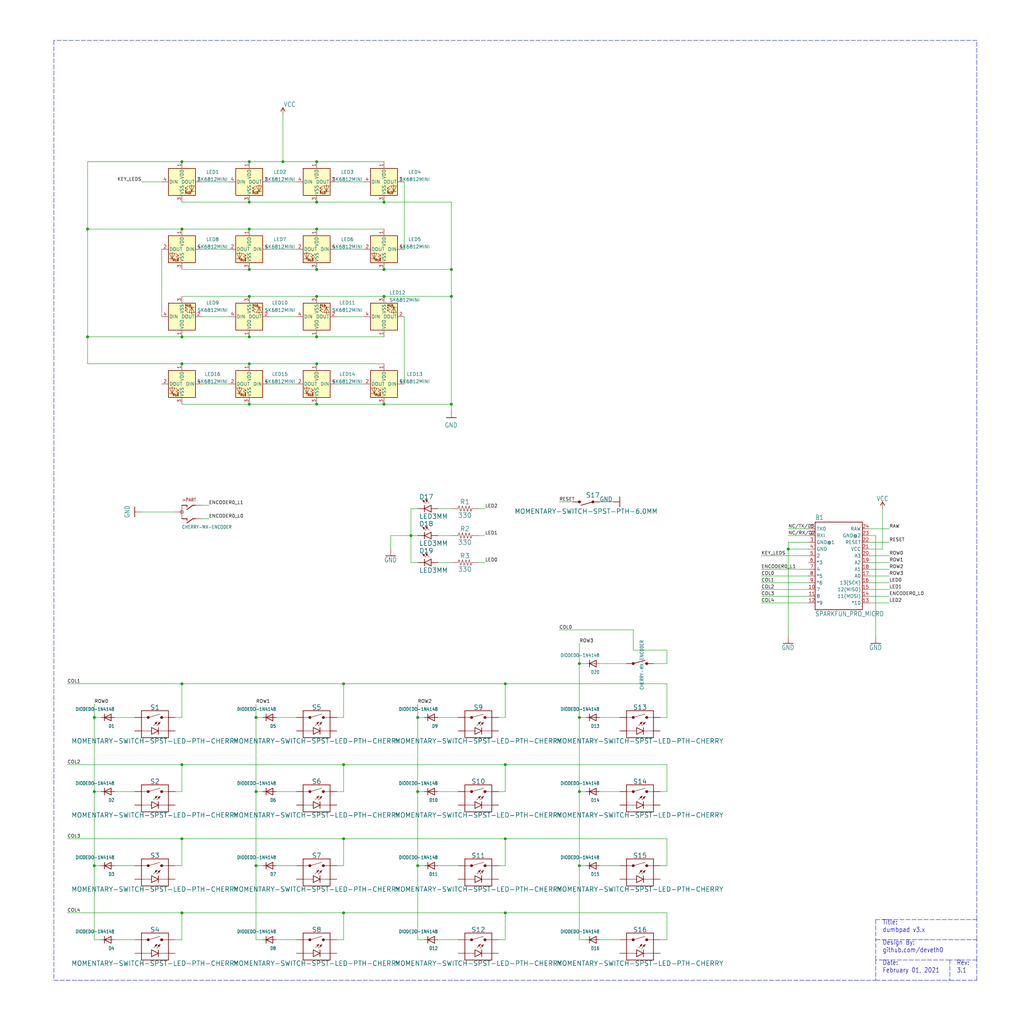
<source format=kicad_sch>
(kicad_sch (version 20211123) (generator eeschema)
  (paper "User" 386.08 386.004)
  (lib_symbols
    (symbol "dumbpad-eagle-import:330OHM-HORIZ-1{slash}10W-5%"
      (property "Reference" "R" (at 0 1.524 0))
      (property "Value" "330OHM-HORIZ-1{slash}10W-5%" (at 0 -1.524 0))
      (symbol "330OHM-HORIZ-1{slash}10W-5%_1_0"
        (pin passive line (at -5.08 0 0) (length 2.54) (name "1") (number "P$1"))
        (pin passive line (at 5.08 0 180) (length 2.54) (name "2") (number "P$2"))
      )
    )
    (symbol "dumbpad-eagle-import:CHERRY-MX-ENCODER"
      (property "Value" "CHERRY-MX-ENCODER" (at 6.35 0 90))
      (symbol "CHERRY-MX-ENCODER_1_0"
        (pin passive line (at -5.08 0 0) (length 2.54) (name "1") (number "D"))
        (pin passive line (at 5.08 0 180) (length 2.54) (name "2") (number "E"))
        (pin passive line (at -5.08 0 0) (length 2.54) (name "1") (number "S1"))
        (pin passive line (at 5.08 0 180) (length 2.54) (name "2") (number "S2"))
      )
      (symbol "CHERRY-MX-ENCODER_2_0"
        (text ">PART" (at -3.81 0 900) (effects (font (size 1.27 1.0795)) (justify left bottom)))
        (pin passive line (at -2.54 7.62 270) (length 2.54) (name "A") (number "A"))
        (pin passive line (at 2.54 7.62 270) (length 2.54) (name "B") (number "B"))
        (pin passive line (at 0 -2.54 90) (length 2.54) (name "C") (number "C"))
      )
    )
    (symbol "dumbpad-eagle-import:DIODEDO-1N4148"
      (property "Reference" "D" (at -2.54 2.54 0))
      (property "Value" "DIODEDO-1N4148" (at -2.54 -3.81 0))
      (symbol "DIODEDO-1N4148_1_0"
        (pin passive line (at -2.54 0 0) (length 2.54) (name "A") (number "A"))
        (pin passive line (at 2.54 0 180) (length 2.54) (name "C") (number "C"))
      )
    )
    (symbol "dumbpad-eagle-import:GND" (power)
      (property "Value" "GND" (at -2.54 -2.54 0))
      (symbol "GND_1_0"
        (pin power_in line (at 0 2.54 270) (length 2.54) (name "GND") (number "1"))
      )
    )
    (symbol "dumbpad-eagle-import:LED3MM"
      (property "Reference" "D" (at -3.429 -4.572 90))
      (property "Value" "LED3MM" (at 1.905 -4.572 90))
      (symbol "LED3MM_1_0"
        (pin passive line (at 0 2.54 270) (length 2.54) (name "A") (number "A"))
        (pin passive line (at 0 -5.08 90) (length 2.54) (name "C") (number "K"))
      )
    )
    (symbol "dumbpad-eagle-import:MOMENTARY-SWITCH-SPST-LED-PTH-CHERRY"
      (property "Reference" "S" (at 0 5.334 0))
      (property "Value" "MOMENTARY-SWITCH-SPST-LED-PTH-CHERRY" (at 0 -5.334 0))
      (symbol "MOMENTARY-SWITCH-SPST-LED-PTH-CHERRY_1_0"
        (pin passive line (at -7.62 -2.54 0) (length 2.54) (name "A") (number "A"))
        (pin passive line (at 7.62 -2.54 180) (length 2.54) (name "C") (number "K"))
        (pin passive line (at -7.62 2.54 0) (length 2.54) (name "1") (number "S1"))
        (pin passive line (at 7.62 2.54 180) (length 2.54) (name "2") (number "S2"))
      )
    )
    (symbol "dumbpad-eagle-import:MOMENTARY-SWITCH-SPST-PTH-6.0MM"
      (property "Reference" "S" (at 0 1.524 0))
      (property "Value" "MOMENTARY-SWITCH-SPST-PTH-6.0MM" (at 0 -0.508 0))
      (symbol "MOMENTARY-SWITCH-SPST-PTH-6.0MM_1_0"
        (pin passive line (at -5.08 0 0) (length 2.54) (name "1") (number "1"))
        (pin passive line (at 5.08 0 180) (length 2.54) (name "2") (number "3"))
      )
    )
    (symbol "dumbpad-eagle-import:SPARKFUN_PRO_MICRO"
      (property "Reference" "B" (at -7.62 18.542 0))
      (property "Value" "SPARKFUN_PRO_MICRO" (at -7.62 -17.78 0))
      (symbol "SPARKFUN_PRO_MICRO_1_0"
        (pin bidirectional line (at -10.16 15.24 0) (length 2.54) (name "TXO") (number "1"))
        (pin bidirectional line (at -10.16 -7.62 0) (length 2.54) (name "7") (number "10"))
        (pin bidirectional line (at -10.16 -10.16 0) (length 2.54) (name "8") (number "11"))
        (pin bidirectional line (at -10.16 -12.7 0) (length 2.54) (name "*9") (number "12"))
        (pin bidirectional line (at 12.7 -12.7 180) (length 2.54) (name "*10") (number "13"))
        (pin bidirectional line (at 12.7 -10.16 180) (length 2.54) (name "11(MOSI)") (number "14"))
        (pin bidirectional line (at 12.7 -7.62 180) (length 2.54) (name "12(MISO)") (number "15"))
        (pin bidirectional line (at 12.7 -5.08 180) (length 2.54) (name "13(SCK)") (number "16"))
        (pin bidirectional line (at 12.7 -2.54 180) (length 2.54) (name "A0") (number "17"))
        (pin bidirectional line (at 12.7 0 180) (length 2.54) (name "A1") (number "18"))
        (pin bidirectional line (at 12.7 2.54 180) (length 2.54) (name "A2") (number "19"))
        (pin bidirectional line (at -10.16 12.7 0) (length 2.54) (name "RXI") (number "2"))
        (pin bidirectional line (at 12.7 5.08 180) (length 2.54) (name "A3") (number "20"))
        (pin power_in line (at 12.7 7.62 180) (length 2.54) (name "VCC") (number "21"))
        (pin bidirectional line (at 12.7 10.16 180) (length 2.54) (name "RESET") (number "22"))
        (pin power_in line (at 12.7 12.7 180) (length 2.54) (name "GND@2") (number "23"))
        (pin power_in line (at 12.7 15.24 180) (length 2.54) (name "RAW") (number "24"))
        (pin power_in line (at -10.16 10.16 0) (length 2.54) (name "GND@1") (number "3"))
        (pin power_in line (at -10.16 7.62 0) (length 2.54) (name "GND") (number "4"))
        (pin bidirectional line (at -10.16 5.08 0) (length 2.54) (name "2") (number "5"))
        (pin bidirectional line (at -10.16 2.54 0) (length 2.54) (name "*3") (number "6"))
        (pin bidirectional line (at -10.16 0 0) (length 2.54) (name "4") (number "7"))
        (pin bidirectional line (at -10.16 -2.54 0) (length 2.54) (name "*5") (number "8"))
        (pin bidirectional line (at -10.16 -5.08 0) (length 2.54) (name "*6") (number "9"))
      )
    )
    (symbol "dumbpad-eagle-import:VCC" (power)
      (property "Value" "VCC" (at 0 2.794 0))
      (symbol "VCC_1_0"
        (pin power_in line (at 0 0 90) (length 2.54) (name "VCC") (number "1"))
      )
    )
    (symbol "dumbpad_lib:SK6812MINI_1" (pin_names (offset 0.254))
      (property "Reference" "LED1" (at 11.5759 3.7252 0))
      (property "Value" "SK6812MINI_1" (at 11.5759 0.9501 0))
      (symbol "SK6812MINI_1_0_0"
        (text "RGB" (at 2.286 -4.191 0) (effects (font (size 0.762 0.762))))
      )
      (symbol "SK6812MINI_1_1_1"
        (pin power_in line (at 0 7.62 270) (length 2.54) (name "VDD") (number "1"))
        (pin output line (at 7.62 0 180) (length 2.54) (name "DOUT") (number "2"))
        (pin power_in line (at 0 -7.62 90) (length 2.54) (name "VSS") (number "3"))
        (pin input line (at -7.62 0 0) (length 2.54) (name "DIN") (number "4"))
      )
    )
  )
  (junction (at 218.44 250.19))
  (junction (at 129.54 344.17))
  (junction (at 157.48 270.51))
  (junction (at 35.56 326.39))
  (junction (at 119.38 76.2))
  (junction (at 129.54 316.23))
  (junction (at 154.94 201.93))
  (junction (at 35.56 270.51))
  (junction (at 93.98 127))
  (junction (at 144.78 152.4))
  (junction (at 119.38 111.76))
  (junction (at 218.44 326.39))
  (junction (at 93.98 101.6))
  (junction (at 190.5 344.17))
  (junction (at 129.54 288.29))
  (junction (at 129.54 257.81))
  (junction (at 96.52 298.45))
  (junction (at 106.68 60.96))
  (junction (at 119.38 152.4))
  (junction (at 144.78 101.6))
  (junction (at 170.18 111.76))
  (junction (at 68.58 257.81))
  (junction (at 218.44 298.45))
  (junction (at 218.44 270.51))
  (junction (at 119.38 60.96))
  (junction (at 297.18 207.01))
  (junction (at 157.48 298.45))
  (junction (at 33.02 127))
  (junction (at 93.98 152.4))
  (junction (at 93.98 60.96))
  (junction (at 93.98 137.16))
  (junction (at 144.78 111.76))
  (junction (at 68.58 60.96))
  (junction (at 190.5 316.23))
  (junction (at 96.52 270.51))
  (junction (at 93.98 111.76))
  (junction (at 119.38 86.36))
  (junction (at 119.38 101.6))
  (junction (at 157.48 326.39))
  (junction (at 170.18 101.6))
  (junction (at 93.98 86.36))
  (junction (at 119.38 137.16))
  (junction (at 35.56 298.45))
  (junction (at 119.38 127))
  (junction (at 190.5 257.81))
  (junction (at 93.98 76.2))
  (junction (at 68.58 137.16))
  (junction (at 68.58 288.29))
  (junction (at 68.58 127))
  (junction (at 170.18 152.4))
  (junction (at 33.02 86.36))
  (junction (at 68.58 316.23))
  (junction (at 68.58 344.17))
  (junction (at 144.78 76.2))
  (junction (at 96.52 326.39))
  (junction (at 68.58 86.36))
  (junction (at 190.5 288.29))
  (wire (pts (xy 304.8 204.47) (xy 297.18 204.47)))
  (wire (pts (xy 304.8 222.25) (xy 287.02 222.25)))
  (wire (pts (xy 327.66 227.33) (xy 335.28 227.33)))
  (wire (pts (xy 68.58 101.6) (xy 93.98 101.6)))
  (polyline (pts (xy 368.3 361.95) (xy 368.3 354.33)))
  (wire (pts (xy 157.48 191.77) (xy 154.94 191.77)))
  (polyline (pts (xy 330.2 346.71) (xy 330.2 354.33)))
  (polyline (pts (xy 368.3 346.71) (xy 330.2 346.71)))
  (wire (pts (xy 190.5 326.39) (xy 190.5 316.23)))
  (wire (pts (xy 251.46 316.23) (xy 190.5 316.23)))
  (wire (pts (xy 190.5 288.29) (xy 251.46 288.29)))
  (wire (pts (xy 25.4 257.81) (xy 68.58 257.81)))
  (wire (pts (xy 251.46 270.51) (xy 248.92 270.51)))
  (wire (pts (xy 218.44 270.51) (xy 218.44 250.19)))
  (wire (pts (xy 304.8 199.39) (xy 297.18 199.39)))
  (wire (pts (xy 68.58 152.4) (xy 93.98 152.4)))
  (wire (pts (xy 33.02 86.36) (xy 33.02 127)))
  (wire (pts (xy 111.76 298.45) (xy 104.14 298.45)))
  (wire (pts (xy 304.8 227.33) (xy 287.02 227.33)))
  (wire (pts (xy 25.4 288.29) (xy 68.58 288.29)))
  (wire (pts (xy 35.56 298.45) (xy 35.56 270.51)))
  (wire (pts (xy 68.58 354.33) (xy 68.58 344.17)))
  (wire (pts (xy 154.94 201.93) (xy 154.94 212.09)))
  (wire (pts (xy 38.1 270.51) (xy 35.56 270.51)))
  (wire (pts (xy 144.78 76.2) (xy 170.18 76.2)))
  (wire (pts (xy 172.72 270.51) (xy 165.1 270.51)))
  (wire (pts (xy 170.18 111.76) (xy 170.18 152.4)))
  (wire (pts (xy 43.18 270.51) (xy 50.8 270.51)))
  (wire (pts (xy 220.98 354.33) (xy 218.44 354.33)))
  (wire (pts (xy 327.66 212.09) (xy 335.28 212.09)))
  (wire (pts (xy 129.54 316.23) (xy 68.58 316.23)))
  (wire (pts (xy 144.78 101.6) (xy 170.18 101.6)))
  (wire (pts (xy 68.58 76.2) (xy 93.98 76.2)))
  (wire (pts (xy 33.02 60.96) (xy 68.58 60.96)))
  (wire (pts (xy 33.02 86.36) (xy 68.58 86.36)))
  (polyline (pts (xy 20.32 369.57) (xy 330.2 369.57)))
  (wire (pts (xy 246.38 250.19) (xy 251.46 250.19)))
  (wire (pts (xy 50.8 298.45) (xy 43.18 298.45)))
  (wire (pts (xy 172.72 298.45) (xy 165.1 298.45)))
  (wire (pts (xy 157.48 354.33) (xy 157.48 326.39)))
  (wire (pts (xy 119.38 76.2) (xy 144.78 76.2)))
  (wire (pts (xy 147.32 201.93) (xy 147.32 207.01)))
  (wire (pts (xy 93.98 86.36) (xy 119.38 86.36)))
  (wire (pts (xy 218.44 250.19) (xy 218.44 242.57)))
  (wire (pts (xy 170.18 212.09) (xy 165.1 212.09)))
  (wire (pts (xy 190.5 257.81) (xy 251.46 257.81)))
  (wire (pts (xy 327.66 201.93) (xy 330.2 201.93)))
  (wire (pts (xy 190.5 354.33) (xy 190.5 344.17)))
  (wire (pts (xy 327.66 199.39) (xy 335.28 199.39)))
  (wire (pts (xy 127 144.78) (xy 137.16 144.78)))
  (wire (pts (xy 157.48 326.39) (xy 157.48 298.45)))
  (wire (pts (xy 226.06 354.33) (xy 233.68 354.33)))
  (wire (pts (xy 304.8 209.55) (xy 287.02 209.55)))
  (wire (pts (xy 119.38 60.96) (xy 144.78 60.96)))
  (wire (pts (xy 190.5 316.23) (xy 129.54 316.23)))
  (wire (pts (xy 96.52 326.39) (xy 96.52 298.45)))
  (wire (pts (xy 119.38 86.36) (xy 144.78 86.36)))
  (wire (pts (xy 68.58 298.45) (xy 68.58 288.29)))
  (polyline (pts (xy 330.2 361.95) (xy 330.2 369.57)))
  (wire (pts (xy 215.9 189.23) (xy 210.82 189.23)))
  (polyline (pts (xy 330.2 369.57) (xy 358.14 369.57)))
  (wire (pts (xy 127 354.33) (xy 129.54 354.33)))
  (wire (pts (xy 38.1 298.45) (xy 35.56 298.45)))
  (wire (pts (xy 157.48 298.45) (xy 157.48 270.51)))
  (wire (pts (xy 35.56 326.39) (xy 35.56 298.45)))
  (wire (pts (xy 297.18 207.01) (xy 297.18 240.03)))
  (wire (pts (xy 226.06 189.23) (xy 231.14 189.23)))
  (wire (pts (xy 68.58 60.96) (xy 93.98 60.96)))
  (wire (pts (xy 327.66 224.79) (xy 335.28 224.79)))
  (wire (pts (xy 129.54 257.81) (xy 190.5 257.81)))
  (wire (pts (xy 68.58 137.16) (xy 93.98 137.16)))
  (wire (pts (xy 129.54 326.39) (xy 129.54 316.23)))
  (wire (pts (xy 160.02 298.45) (xy 157.48 298.45)))
  (wire (pts (xy 187.96 298.45) (xy 190.5 298.45)))
  (wire (pts (xy 43.18 354.33) (xy 50.8 354.33)))
  (wire (pts (xy 218.44 354.33) (xy 218.44 326.39)))
  (wire (pts (xy 127 326.39) (xy 129.54 326.39)))
  (wire (pts (xy 129.54 354.33) (xy 129.54 344.17)))
  (wire (pts (xy 187.96 326.39) (xy 190.5 326.39)))
  (wire (pts (xy 127 270.51) (xy 129.54 270.51)))
  (wire (pts (xy 25.4 344.17) (xy 68.58 344.17)))
  (polyline (pts (xy 358.14 361.95) (xy 330.2 361.95)))
  (wire (pts (xy 154.94 201.93) (xy 157.48 201.93)))
  (wire (pts (xy 66.04 326.39) (xy 68.58 326.39)))
  (wire (pts (xy 220.98 270.51) (xy 218.44 270.51)))
  (wire (pts (xy 93.98 101.6) (xy 119.38 101.6)))
  (wire (pts (xy 33.02 127) (xy 68.58 127)))
  (wire (pts (xy 96.52 354.33) (xy 96.52 326.39)))
  (wire (pts (xy 76.2 68.58) (xy 86.36 68.58)))
  (wire (pts (xy 119.38 127) (xy 144.78 127)))
  (wire (pts (xy 129.54 270.51) (xy 129.54 257.81)))
  (wire (pts (xy 327.66 222.25) (xy 335.28 222.25)))
  (wire (pts (xy 251.46 344.17) (xy 251.46 354.33)))
  (wire (pts (xy 304.8 217.17) (xy 287.02 217.17)))
  (wire (pts (xy 233.68 298.45) (xy 226.06 298.45)))
  (polyline (pts (xy 368.3 354.33) (xy 368.3 346.71)))
  (wire (pts (xy 93.98 137.16) (xy 119.38 137.16)))
  (wire (pts (xy 76.2 93.98) (xy 86.36 93.98)))
  (wire (pts (xy 251.46 245.11) (xy 238.76 245.11)))
  (wire (pts (xy 35.56 354.33) (xy 35.56 326.39)))
  (wire (pts (xy 190.5 298.45) (xy 190.5 288.29)))
  (wire (pts (xy 152.4 68.58) (xy 152.4 93.98)))
  (wire (pts (xy 220.98 326.39) (xy 218.44 326.39)))
  (wire (pts (xy 251.46 298.45) (xy 248.92 298.45)))
  (wire (pts (xy 66.04 270.51) (xy 68.58 270.51)))
  (wire (pts (xy 233.68 326.39) (xy 226.06 326.39)))
  (wire (pts (xy 101.6 93.98) (xy 111.76 93.98)))
  (wire (pts (xy 66.04 354.33) (xy 68.58 354.33)))
  (wire (pts (xy 160.02 326.39) (xy 157.48 326.39)))
  (wire (pts (xy 99.06 354.33) (xy 96.52 354.33)))
  (wire (pts (xy 129.54 288.29) (xy 190.5 288.29)))
  (wire (pts (xy 111.76 270.51) (xy 104.14 270.51)))
  (wire (pts (xy 111.76 354.33) (xy 104.14 354.33)))
  (wire (pts (xy 251.46 257.81) (xy 251.46 270.51)))
  (wire (pts (xy 99.06 298.45) (xy 96.52 298.45)))
  (wire (pts (xy 170.18 76.2) (xy 170.18 101.6)))
  (polyline (pts (xy 368.3 346.71) (xy 368.3 15.24)))
  (wire (pts (xy 76.2 119.38) (xy 86.36 119.38)))
  (wire (pts (xy 304.8 207.01) (xy 297.18 207.01)))
  (wire (pts (xy 68.58 127) (xy 93.98 127)))
  (wire (pts (xy 304.8 214.63) (xy 287.02 214.63)))
  (wire (pts (xy 68.58 111.76) (xy 93.98 111.76)))
  (wire (pts (xy 170.18 101.6) (xy 170.18 111.76)))
  (wire (pts (xy 220.98 250.19) (xy 218.44 250.19)))
  (wire (pts (xy 127 119.38) (xy 137.16 119.38)))
  (wire (pts (xy 190.5 270.51) (xy 190.5 257.81)))
  (wire (pts (xy 93.98 111.76) (xy 119.38 111.76)))
  (wire (pts (xy 129.54 344.17) (xy 190.5 344.17)))
  (wire (pts (xy 180.34 201.93) (xy 182.88 201.93)))
  (wire (pts (xy 127 298.45) (xy 129.54 298.45)))
  (wire (pts (xy 238.76 245.11) (xy 238.76 237.49)))
  (wire (pts (xy 33.02 127) (xy 33.02 137.16)))
  (wire (pts (xy 327.66 217.17) (xy 335.28 217.17)))
  (wire (pts (xy 93.98 76.2) (xy 119.38 76.2)))
  (wire (pts (xy 106.68 43.18) (xy 106.68 60.96)))
  (wire (pts (xy 53.34 193.04) (xy 66.04 193.04)))
  (wire (pts (xy 93.98 127) (xy 119.38 127)))
  (wire (pts (xy 111.76 326.39) (xy 104.14 326.39)))
  (wire (pts (xy 160.02 270.51) (xy 157.48 270.51)))
  (wire (pts (xy 172.72 354.33) (xy 165.1 354.33)))
  (wire (pts (xy 160.02 354.33) (xy 157.48 354.33)))
  (polyline (pts (xy 358.14 361.95) (xy 358.14 369.57)))
  (wire (pts (xy 144.78 152.4) (xy 170.18 152.4)))
  (wire (pts (xy 66.04 298.45) (xy 68.58 298.45)))
  (wire (pts (xy 304.8 224.79) (xy 287.02 224.79)))
  (wire (pts (xy 101.6 144.78) (xy 111.76 144.78)))
  (wire (pts (xy 251.46 288.29) (xy 251.46 298.45)))
  (polyline (pts (xy 368.3 15.24) (xy 20.32 15.24)))
  (wire (pts (xy 238.76 237.49) (xy 210.82 237.49)))
  (polyline (pts (xy 358.14 369.57) (xy 368.3 369.57)))
  (wire (pts (xy 218.44 326.39) (xy 218.44 298.45)))
  (wire (pts (xy 76.2 195.58) (xy 78.74 195.58)))
  (wire (pts (xy 154.94 191.77) (xy 154.94 201.93)))
  (wire (pts (xy 297.18 204.47) (xy 297.18 207.01)))
  (wire (pts (xy 248.92 354.33) (xy 251.46 354.33)))
  (wire (pts (xy 127 68.58) (xy 137.16 68.58)))
  (wire (pts (xy 180.34 212.09) (xy 182.88 212.09)))
  (wire (pts (xy 187.96 270.51) (xy 190.5 270.51)))
  (polyline (pts (xy 368.3 369.57) (xy 368.3 361.95)))
  (wire (pts (xy 165.1 191.77) (xy 170.18 191.77)))
  (wire (pts (xy 226.06 270.51) (xy 233.68 270.51)))
  (polyline (pts (xy 330.2 361.95) (xy 330.2 354.33)))
  (wire (pts (xy 50.8 326.39) (xy 43.18 326.39)))
  (wire (pts (xy 68.58 344.17) (xy 129.54 344.17)))
  (wire (pts (xy 327.66 204.47) (xy 335.28 204.47)))
  (wire (pts (xy 101.6 68.58) (xy 111.76 68.58)))
  (wire (pts (xy 106.68 60.96) (xy 119.38 60.96)))
  (wire (pts (xy 96.52 270.51) (xy 96.52 265.43)))
  (wire (pts (xy 93.98 60.96) (xy 106.68 60.96)))
  (wire (pts (xy 68.58 86.36) (xy 93.98 86.36)))
  (wire (pts (xy 53.34 68.58) (xy 60.96 68.58)))
  (wire (pts (xy 68.58 326.39) (xy 68.58 316.23)))
  (wire (pts (xy 119.38 101.6) (xy 144.78 101.6)))
  (wire (pts (xy 144.78 111.76) (xy 170.18 111.76)))
  (wire (pts (xy 101.6 119.38) (xy 111.76 119.38)))
  (wire (pts (xy 33.02 86.36) (xy 33.02 60.96)))
  (wire (pts (xy 93.98 152.4) (xy 119.38 152.4)))
  (wire (pts (xy 38.1 326.39) (xy 35.56 326.39)))
  (wire (pts (xy 180.34 191.77) (xy 182.88 191.77)))
  (wire (pts (xy 251.46 326.39) (xy 251.46 316.23)))
  (wire (pts (xy 332.74 207.01) (xy 332.74 191.77)))
  (wire (pts (xy 330.2 201.93) (xy 330.2 240.03)))
  (wire (pts (xy 187.96 354.33) (xy 190.5 354.33)))
  (wire (pts (xy 327.66 219.71) (xy 335.28 219.71)))
  (wire (pts (xy 172.72 326.39) (xy 165.1 326.39)))
  (wire (pts (xy 119.38 111.76) (xy 144.78 111.76)))
  (wire (pts (xy 127 93.98) (xy 137.16 93.98)))
  (wire (pts (xy 68.58 137.16) (xy 33.02 137.16)))
  (wire (pts (xy 68.58 257.81) (xy 129.54 257.81)))
  (wire (pts (xy 327.66 209.55) (xy 335.28 209.55)))
  (wire (pts (xy 190.5 344.17) (xy 251.46 344.17)))
  (wire (pts (xy 327.66 207.01) (xy 332.74 207.01)))
  (wire (pts (xy 119.38 152.4) (xy 144.78 152.4)))
  (wire (pts (xy 304.8 219.71) (xy 287.02 219.71)))
  (wire (pts (xy 327.66 214.63) (xy 335.28 214.63)))
  (wire (pts (xy 152.4 119.38) (xy 152.4 144.78)))
  (wire (pts (xy 35.56 265.43) (xy 35.56 270.51)))
  (wire (pts (xy 170.18 152.4) (xy 170.18 154.94)))
  (wire (pts (xy 76.2 144.78) (xy 86.36 144.78)))
  (wire (pts (xy 304.8 201.93) (xy 297.18 201.93)))
  (wire (pts (xy 99.06 270.51) (xy 96.52 270.51)))
  (wire (pts (xy 154.94 212.09) (xy 157.48 212.09)))
  (wire (pts (xy 154.94 201.93) (xy 147.32 201.93)))
  (polyline (pts (xy 330.2 354.33) (xy 368.3 354.33)))
  (wire (pts (xy 170.18 201.93) (xy 165.1 201.93)))
  (wire (pts (xy 99.06 326.39) (xy 96.52 326.39)))
  (wire (pts (xy 157.48 270.51) (xy 157.48 265.43)))
  (polyline (pts (xy 20.32 15.24) (xy 20.32 369.57)))
  (wire (pts (xy 129.54 298.45) (xy 129.54 288.29)))
  (wire (pts (xy 119.38 137.16) (xy 144.78 137.16)))
  (wire (pts (xy 248.92 326.39) (xy 251.46 326.39)))
  (wire (pts (xy 96.52 298.45) (xy 96.52 270.51)))
  (wire (pts (xy 218.44 298.45) (xy 218.44 270.51)))
  (wire (pts (xy 38.1 354.33) (xy 35.56 354.33)))
  (wire (pts (xy 251.46 250.19) (xy 251.46 245.11)))
  (wire (pts (xy 68.58 288.29) (xy 129.54 288.29)))
  (wire (pts (xy 68.58 270.51) (xy 68.58 257.81)))
  (wire (pts (xy 220.98 298.45) (xy 218.44 298.45)))
  (wire (pts (xy 236.22 250.19) (xy 226.06 250.19)))
  (polyline (pts (xy 368.3 361.95) (xy 358.14 361.95)))
  (wire (pts (xy 76.2 190.5) (xy 78.74 190.5)))
  (wire (pts (xy 68.58 316.23) (xy 25.4 316.23)))
  (wire (pts (xy 60.96 93.98) (xy 60.96 119.38)))
  (text "Rev:\n3.1" (at 360.68 367.03 180) (effects (font (size 1.778 1.5113)) (justify left bottom)))
  (text "Design By:\ngithub.com/deveth0" (at 332.74 359.41 180) (effects (font (size 1.778 1.5113)) (justify left bottom)))
  (text "Title:\ndumbpad v3.x" (at 332.74 351.79 180) (effects (font (size 1.778 1.5113)) (justify left bottom)))
  (text "Date:\nFebruary 01, 2021" (at 332.74 367.03 180) (effects (font (size 1.778 1.5113)) (justify left bottom)))
  (label "LED0" (at 335.28 219.71 0) (effects (font (size 1.2446 1.2446))))
  (label "ROW1" (at 335.28 212.09 0) (effects (font (size 1.2446 1.2446))))
  (label "ENCODER0_L1" (at 287.02 214.63 0) (effects (font (size 1.2446 1.2446))))
  (label "ROW3" (at 218.44 242.57 0) (effects (font (size 1.2446 1.2446))))
  (label "COL1" (at 287.02 219.71 0) (effects (font (size 1.2446 1.2446))))
  (label "ROW2" (at 157.48 265.43 0) (effects (font (size 1.2446 1.2446))))
  (label "RESET" (at 335.28 204.47 0) (effects (font (size 1.2446 1.2446))))
  (label "COL2" (at 287.02 222.25 0) (effects (font (size 1.2446 1.2446))))
  (label "NC/TX/D3" (at 297.18 199.39 0) (effects (font (size 1.2446 1.2446))))
  (label "ENCODER0_L0" (at 78.74 195.58 0) (effects (font (size 1.2446 1.2446))))
  (label "ROW1" (at 96.52 265.43 0) (effects (font (size 1.2446 1.2446))))
  (label "ROW0" (at 335.28 209.55 0) (effects (font (size 1.2446 1.2446))))
  (label "KEY_LEDS" (at 287.02 209.55 0) (effects (font (size 1.2446 1.2446))))
  (label "ROW2" (at 335.28 214.63 0) (effects (font (size 1.2446 1.2446))))
  (label "KEY_LEDS" (at 53.34 68.58 180) (effects (font (size 1.2446 1.2446))))
  (label "COL4" (at 25.4 344.17 0) (effects (font (size 1.2446 1.2446))))
  (label "ROW3" (at 335.28 217.17 0) (effects (font (size 1.2446 1.2446))))
  (label "ENCODER0_L1" (at 78.74 190.5 0) (effects (font (size 1.2446 1.2446))))
  (label "LED2" (at 335.28 227.33 0) (effects (font (size 1.2446 1.2446))))
  (label "COL0" (at 210.82 237.49 0) (effects (font (size 1.2446 1.2446))))
  (label "COL1" (at 25.4 257.81 0) (effects (font (size 1.2446 1.2446))))
  (label "COL0" (at 287.02 217.17 0) (effects (font (size 1.2446 1.2446))))
  (label "COL4" (at 287.02 227.33 0) (effects (font (size 1.2446 1.2446))))
  (label "COL2" (at 25.4 288.29 0) (effects (font (size 1.2446 1.2446))))
  (label "LED2" (at 182.88 191.77 0) (effects (font (size 1.2446 1.2446))))
  (label "LED0" (at 182.88 212.09 0) (effects (font (size 1.2446 1.2446))))
  (label "LED1" (at 182.88 201.93 0) (effects (font (size 1.2446 1.2446))))
  (label "RESET" (at 210.82 189.23 0) (effects (font (size 1.2446 1.2446))))
  (label "NC/RX/D2" (at 297.18 201.93 0) (effects (font (size 1.2446 1.2446))))
  (label "ROW0" (at 35.56 265.43 0) (effects (font (size 1.2446 1.2446))))
  (label "ENCODER0_L0" (at 335.28 224.79 0) (effects (font (size 1.2446 1.2446))))
  (label "COL3" (at 287.02 224.79 0) (effects (font (size 1.2446 1.2446))))
  (label "COL3" (at 25.4 316.23 0) (effects (font (size 1.2446 1.2446))))
  (label "LED1" (at 335.28 222.25 0) (effects (font (size 1.2446 1.2446))))
  (label "RAW" (at 335.28 199.39 0) (effects (font (size 1.2446 1.2446))))
  (symbol (lib_id "dumbpad-eagle-import:CHERRY-MX-ENCODER") (at 241.3 250.19 0) (unit 1)
    (property "Reference" "RE_3_0" (effects hide))
    (property "Value" "CHERRY-MX-ENCODER" (at 241.3 250.698 90) (effects (font (size 1.27 1.0795)) (justify top)))
    (property "Footprint" "Rotary_Encoder:RotaryEncoder_Alps_EC11E-Switch_Vertical_H20mm" (effects hide))
  )
  (symbol (lib_id "dumbpad-eagle-import:GND") (at 50.8 193.04 270) (unit 1)
    (property "Reference" "#GND06" (effects hide))
    (property "Value" "GND" (at 46.99 190.5 0) (effects (font (size 1.778 1.5113)) (justify left bottom)))
    (property "Footprint" "dumbpad:" (effects hide))
  )
  (symbol (lib_id "dumbpad-eagle-import:LED3MM") (at 162.56 191.77 270) (unit 1)
    (property "Reference" "D17" (at 157.988 188.341 90) (effects (font (size 1.778 1.778)) (justify left bottom)))
    (property "Value" "LED3MM" (at 157.988 193.675 90) (effects (font (size 1.778 1.778)) (justify left top)))
    (property "Footprint" "dumbpad:LED_3MM" (effects hide))
  )
  (symbol (lib_id "dumbpad_lib:SK6812MINI_1") (at 144.78 119.38 0) (mirror x) (unit 1)
    (property "Reference" "LED12" (at 146.7994 110.3335 0) (effects (justify left)))
    (property "Value" "SK6812MINI" (at 146.7994 113.1086 0) (effects (justify left)))
    (property "Footprint" "LED_SMD:LED_SK6812MINI_PLCC4_3.5x3.5mm_P1.75mm" (effects hide))
    (property "Datasheet" "https://cdn-shop.adafruit.com/product-files/2686/SK6812MINI_REV.01-1-2.pdf" (effects hide))
  )
  (symbol (lib_id "dumbpad_lib:SK6812MINI_1") (at 93.98 68.58 0) (unit 1)
    (property "Reference" "LED2" (at 105.5559 64.8548 0))
    (property "Value" "SK6812MINI" (at 105.5559 67.6299 0))
    (property "Footprint" "LED_SMD:LED_SK6812MINI_PLCC4_3.5x3.5mm_P1.75mm" (effects hide))
    (property "Datasheet" "https://cdn-shop.adafruit.com/product-files/2686/SK6812MINI_REV.01-1-2.pdf" (effects hide))
  )
  (symbol (lib_id "dumbpad-eagle-import:MOMENTARY-SWITCH-SPST-LED-PTH-CHERRY") (at 180.34 300.99 0) (unit 1)
    (property "Reference" "S10" (at 180.34 295.656 0) (effects (font (size 1.778 1.778)) (justify bottom)))
    (property "Value" "MOMENTARY-SWITCH-SPST-LED-PTH-CHERRY" (at 180.34 306.324 0) (effects (font (size 1.778 1.778)) (justify top)))
    (property "Footprint" "Keyswitch:Kailh-CPG151101S11_MX_Socket-1.00u" (effects hide))
  )
  (symbol (lib_id "dumbpad-eagle-import:MOMENTARY-SWITCH-SPST-LED-PTH-CHERRY") (at 241.3 328.93 0) (unit 1)
    (property "Reference" "S15" (at 241.3 323.596 0) (effects (font (size 1.778 1.778)) (justify bottom)))
    (property "Value" "MOMENTARY-SWITCH-SPST-LED-PTH-CHERRY" (at 241.3 334.264 0) (effects (font (size 1.778 1.778)) (justify top)))
    (property "Footprint" "Keyswitch:Kailh-CPG151101S11_MX_Socket-1.00u" (effects hide))
  )
  (symbol (lib_id "dumbpad-eagle-import:MOMENTARY-SWITCH-SPST-LED-PTH-CHERRY") (at 58.42 328.93 0) (unit 1)
    (property "Reference" "S3" (at 58.42 323.596 0) (effects (font (size 1.778 1.778)) (justify bottom)))
    (property "Value" "MOMENTARY-SWITCH-SPST-LED-PTH-CHERRY" (at 58.42 334.264 0) (effects (font (size 1.778 1.778)) (justify top)))
    (property "Footprint" "Keyswitch:Kailh-CPG151101S11_MX_Socket-1.00u" (effects hide))
  )
  (symbol (lib_id "dumbpad_lib:SK6812MINI_1") (at 144.78 144.78 0) (mirror y) (unit 1)
    (property "Reference" "LED13" (at 156.3559 141.0548 0))
    (property "Value" "SK6812MINI" (at 156.3559 143.8299 0))
    (property "Footprint" "LED_SMD:LED_SK6812MINI_PLCC4_3.5x3.5mm_P1.75mm" (effects hide))
    (property "Datasheet" "https://cdn-shop.adafruit.com/product-files/2686/SK6812MINI_REV.01-1-2.pdf" (effects hide))
  )
  (symbol (lib_id "dumbpad-eagle-import:MOMENTARY-SWITCH-SPST-LED-PTH-CHERRY") (at 58.42 356.87 0) (unit 1)
    (property "Reference" "S4" (at 58.42 351.536 0) (effects (font (size 1.778 1.778)) (justify bottom)))
    (property "Value" "MOMENTARY-SWITCH-SPST-LED-PTH-CHERRY" (at 58.42 362.204 0) (effects (font (size 1.778 1.778)) (justify top)))
    (property "Footprint" "Keyswitch:Kailh-CPG151101S11_MX_Socket-1.00u" (effects hide))
  )
  (symbol (lib_id "dumbpad_lib:SK6812MINI_1") (at 68.58 119.38 0) (mirror x) (unit 1)
    (property "Reference" "LED9" (at 80.1559 114.156 0))
    (property "Value" "SK6812MINI" (at 80.1559 116.9311 0))
    (property "Footprint" "LED_SMD:LED_SK6812MINI_PLCC4_3.5x3.5mm_P1.75mm" (effects hide))
    (property "Datasheet" "https://cdn-shop.adafruit.com/product-files/2686/SK6812MINI_REV.01-1-2.pdf" (effects hide))
  )
  (symbol (lib_id "dumbpad-eagle-import:MOMENTARY-SWITCH-SPST-LED-PTH-CHERRY") (at 180.34 328.93 0) (unit 1)
    (property "Reference" "S11" (at 180.34 323.596 0) (effects (font (size 1.778 1.778)) (justify bottom)))
    (property "Value" "MOMENTARY-SWITCH-SPST-LED-PTH-CHERRY" (at 180.34 334.264 0) (effects (font (size 1.778 1.778)) (justify top)))
    (property "Footprint" "Keyswitch:Kailh-CPG151101S11_MX_Socket-1.00u" (effects hide))
  )
  (symbol (lib_id "dumbpad-eagle-import:MOMENTARY-SWITCH-SPST-LED-PTH-CHERRY") (at 241.3 356.87 0) (unit 1)
    (property "Reference" "S16" (at 241.3 351.536 0) (effects (font (size 1.778 1.778)) (justify bottom)))
    (property "Value" "MOMENTARY-SWITCH-SPST-LED-PTH-CHERRY" (at 241.3 362.204 0) (effects (font (size 1.778 1.778)) (justify top)))
    (property "Footprint" "Keyswitch:Kailh-CPG151101S11_MX_Socket-1.00u" (effects hide))
  )
  (symbol (lib_id "dumbpad-eagle-import:GND") (at 170.18 157.48 0) (unit 1)
    (property "Reference" "#GND0101" (effects hide))
    (property "Value" "GND" (at 167.64 161.29 0) (effects (font (size 1.778 1.5113)) (justify left bottom)))
    (property "Footprint" "dumbpad:" (effects hide))
  )
  (symbol (lib_id "dumbpad-eagle-import:MOMENTARY-SWITCH-SPST-LED-PTH-CHERRY") (at 119.38 328.93 0) (unit 1)
    (property "Reference" "S7" (at 119.38 323.596 0) (effects (font (size 1.778 1.778)) (justify bottom)))
    (property "Value" "MOMENTARY-SWITCH-SPST-LED-PTH-CHERRY" (at 119.38 334.264 0) (effects (font (size 1.778 1.778)) (justify top)))
    (property "Footprint" "Keyswitch:Kailh-CPG151101S11_MX_Socket-1.00u" (effects hide))
  )
  (symbol (lib_id "dumbpad-eagle-import:330OHM-HORIZ-1{slash}10W-5%") (at 175.26 191.77 0) (unit 1)
    (property "Reference" "R1" (at 175.26 190.246 0) (effects (font (size 1.778 1.778)) (justify bottom)))
    (property "Value" "330" (at 175.26 193.294 0) (effects (font (size 1.778 1.778)) (justify top)))
    (property "Footprint" "dumbpad:AXIAL-0.3" (effects hide))
  )
  (symbol (lib_id "dumbpad-eagle-import:DIODEDO-1N4148") (at 223.52 326.39 180) (unit 1)
    (property "Reference" "D15" (at 226.06 328.93 0) (effects (font (size 1.27 1.0795)) (justify left bottom)))
    (property "Value" "DIODEDO-1N4148" (at 226.06 322.58 0) (effects (font (size 1.27 1.0795)) (justify left bottom)))
    (property "Footprint" "dumbpad:DO-1N4148" (effects hide))
  )
  (symbol (lib_id "dumbpad-eagle-import:LED3MM") (at 162.56 201.93 270) (unit 1)
    (property "Reference" "D18" (at 157.988 198.501 90) (effects (font (size 1.778 1.778)) (justify left bottom)))
    (property "Value" "LED3MM" (at 157.988 203.835 90) (effects (font (size 1.778 1.778)) (justify left top)))
    (property "Footprint" "dumbpad:LED_3MM" (effects hide))
  )
  (symbol (lib_id "dumbpad_lib:SK6812MINI_1") (at 144.78 68.58 0) (unit 1)
    (property "Reference" "LED4" (at 156.3559 64.8548 0))
    (property "Value" "SK6812MINI" (at 156.3559 67.6299 0))
    (property "Footprint" "LED_SMD:LED_SK6812MINI_PLCC4_3.5x3.5mm_P1.75mm" (effects hide))
    (property "Datasheet" "https://cdn-shop.adafruit.com/product-files/2686/SK6812MINI_REV.01-1-2.pdf" (effects hide))
  )
  (symbol (lib_id "dumbpad-eagle-import:DIODEDO-1N4148") (at 223.52 270.51 180) (unit 1)
    (property "Reference" "D13" (at 226.06 273.05 0) (effects (font (size 1.27 1.0795)) (justify left bottom)))
    (property "Value" "DIODEDO-1N4148" (at 226.06 266.7 0) (effects (font (size 1.27 1.0795)) (justify left bottom)))
    (property "Footprint" "dumbpad:DO-1N4148" (effects hide))
  )
  (symbol (lib_id "dumbpad-eagle-import:MOMENTARY-SWITCH-SPST-LED-PTH-CHERRY") (at 180.34 356.87 0) (unit 1)
    (property "Reference" "S12" (at 180.34 351.536 0) (effects (font (size 1.778 1.778)) (justify bottom)))
    (property "Value" "MOMENTARY-SWITCH-SPST-LED-PTH-CHERRY" (at 180.34 362.204 0) (effects (font (size 1.778 1.778)) (justify top)))
    (property "Footprint" "Keyswitch:Kailh-CPG151101S11_MX_Socket-1.00u" (effects hide))
  )
  (symbol (lib_id "dumbpad-eagle-import:MOMENTARY-SWITCH-SPST-LED-PTH-CHERRY") (at 119.38 356.87 0) (unit 1)
    (property "Reference" "S8" (at 119.38 351.536 0) (effects (font (size 1.778 1.778)) (justify bottom)))
    (property "Value" "MOMENTARY-SWITCH-SPST-LED-PTH-CHERRY" (at 119.38 362.204 0) (effects (font (size 1.778 1.778)) (justify top)))
    (property "Footprint" "Keyswitch:Kailh-CPG151101S11_MX_Socket-1.00u" (effects hide))
  )
  (symbol (lib_id "dumbpad-eagle-import:GND") (at 233.68 189.23 90) (unit 1)
    (property "Reference" "#GND04" (effects hide))
    (property "Value" "GND" (at 226.06 189.23 90) (effects (font (size 1.778 1.5113)) (justify right top)))
    (property "Footprint" "dumbpad:" (effects hide))
  )
  (symbol (lib_id "dumbpad-eagle-import:DIODEDO-1N4148") (at 101.6 270.51 180) (unit 1)
    (property "Reference" "D5" (at 104.14 273.05 0) (effects (font (size 1.27 1.0795)) (justify left bottom)))
    (property "Value" "DIODEDO-1N4148" (at 104.14 266.7 0) (effects (font (size 1.27 1.0795)) (justify left bottom)))
    (property "Footprint" "dumbpad:DO-1N4148" (effects hide))
  )
  (symbol (lib_id "dumbpad_lib:SK6812MINI_1") (at 119.38 93.98 0) (mirror y) (unit 1)
    (property "Reference" "LED6" (at 130.9559 90.2548 0))
    (property "Value" "SK6812MINI" (at 130.9559 93.0299 0))
    (property "Footprint" "LED_SMD:LED_SK6812MINI_PLCC4_3.5x3.5mm_P1.75mm" (effects hide))
    (property "Datasheet" "https://cdn-shop.adafruit.com/product-files/2686/SK6812MINI_REV.01-1-2.pdf" (effects hide))
  )
  (symbol (lib_id "dumbpad_lib:SK6812MINI_1") (at 119.38 119.38 0) (mirror x) (unit 1)
    (property "Reference" "LED11" (at 130.9559 114.156 0))
    (property "Value" "SK6812MINI" (at 130.9559 116.9311 0))
    (property "Footprint" "LED_SMD:LED_SK6812MINI_PLCC4_3.5x3.5mm_P1.75mm" (effects hide))
    (property "Datasheet" "https://cdn-shop.adafruit.com/product-files/2686/SK6812MINI_REV.01-1-2.pdf" (effects hide))
  )
  (symbol (lib_id "dumbpad_lib:SK6812MINI_1") (at 68.58 144.78 0) (mirror y) (unit 1)
    (property "Reference" "LED16" (at 80.1559 141.0548 0))
    (property "Value" "SK6812MINI" (at 80.1559 143.8299 0))
    (property "Footprint" "LED_SMD:LED_SK6812MINI_PLCC4_3.5x3.5mm_P1.75mm" (effects hide))
    (property "Datasheet" "https://cdn-shop.adafruit.com/product-files/2686/SK6812MINI_REV.01-1-2.pdf" (effects hide))
  )
  (symbol (lib_id "dumbpad-eagle-import:SPARKFUN_PRO_MICRO") (at 314.96 214.63 0) (unit 1)
    (property "Reference" "B1" (at 307.34 196.088 0) (effects (font (size 1.778 1.5113)) (justify left bottom)))
    (property "Value" "SPARKFUN_PRO_MICRO" (at 307.34 232.41 0) (effects (font (size 1.778 1.5113)) (justify left bottom)))
    (property "Footprint" "dumbpad:SPARKFUN_PRO_MICRO" (effects hide))
  )
  (symbol (lib_id "dumbpad_lib:SK6812MINI_1") (at 93.98 119.38 0) (mirror x) (unit 1)
    (property "Reference" "LED10" (at 105.5559 114.156 0))
    (property "Value" "SK6812MINI" (at 105.5559 116.9311 0))
    (property "Footprint" "LED_SMD:LED_SK6812MINI_PLCC4_3.5x3.5mm_P1.75mm" (effects hide))
    (property "Datasheet" "https://cdn-shop.adafruit.com/product-files/2686/SK6812MINI_REV.01-1-2.pdf" (effects hide))
  )
  (symbol (lib_id "dumbpad-eagle-import:DIODEDO-1N4148") (at 223.52 250.19 180) (unit 1)
    (property "Reference" "D20" (at 226.06 252.73 0) (effects (font (size 1.27 1.0795)) (justify left bottom)))
    (property "Value" "DIODEDO-1N4148" (at 226.06 246.38 0) (effects (font (size 1.27 1.0795)) (justify left bottom)))
    (property "Footprint" "dumbpad:DO-1N4148" (effects hide))
  )
  (symbol (lib_id "dumbpad-eagle-import:330OHM-HORIZ-1{slash}10W-5%") (at 175.26 212.09 0) (unit 1)
    (property "Reference" "R3" (at 175.26 210.566 0) (effects (font (size 1.778 1.778)) (justify bottom)))
    (property "Value" "330" (at 175.26 213.614 0) (effects (font (size 1.778 1.778)) (justify top)))
    (property "Footprint" "dumbpad:AXIAL-0.3" (effects hide))
  )
  (symbol (lib_id "dumbpad-eagle-import:DIODEDO-1N4148") (at 162.56 326.39 180) (unit 1)
    (property "Reference" "D11" (at 165.1 328.93 0) (effects (font (size 1.27 1.0795)) (justify left bottom)))
    (property "Value" "DIODEDO-1N4148" (at 165.1 322.58 0) (effects (font (size 1.27 1.0795)) (justify left bottom)))
    (property "Footprint" "dumbpad:DO-1N4148" (effects hide))
  )
  (symbol (lib_id "dumbpad-eagle-import:MOMENTARY-SWITCH-SPST-LED-PTH-CHERRY") (at 58.42 300.99 0) (unit 1)
    (property "Reference" "S2" (at 58.42 295.656 0) (effects (font (size 1.778 1.778)) (justify bottom)))
    (property "Value" "MOMENTARY-SWITCH-SPST-LED-PTH-CHERRY" (at 58.42 306.324 0) (effects (font (size 1.778 1.778)) (justify top)))
    (property "Footprint" "Keyswitch:Kailh-CPG151101S11_MX_Socket-1.00u" (effects hide))
  )
  (symbol (lib_id "dumbpad-eagle-import:VCC") (at 106.68 43.18 0) (unit 1)
    (property "Reference" "#SUPPLY0101" (effects hide))
    (property "Value" "VCC" (at 109.22 39.37 0) (effects (font (size 1.778 1.5113))))
    (property "Footprint" "dumbpad:" (effects hide))
  )
  (symbol (lib_id "dumbpad-eagle-import:LED3MM") (at 162.56 212.09 270) (unit 1)
    (property "Reference" "D19" (at 157.988 208.661 90) (effects (font (size 1.778 1.778)) (justify left bottom)))
    (property "Value" "LED3MM" (at 157.988 213.995 90) (effects (font (size 1.778 1.778)) (justify left top)))
    (property "Footprint" "dumbpad:LED_3MM" (effects hide))
  )
  (symbol (lib_id "dumbpad-eagle-import:DIODEDO-1N4148") (at 223.52 354.33 180) (unit 1)
    (property "Reference" "D16" (at 226.06 356.87 0) (effects (font (size 1.27 1.0795)) (justify left bottom)))
    (property "Value" "DIODEDO-1N4148" (at 226.06 350.52 0) (effects (font (size 1.27 1.0795)) (justify left bottom)))
    (property "Footprint" "dumbpad:DO-1N4148" (effects hide))
  )
  (symbol (lib_id "dumbpad-eagle-import:DIODEDO-1N4148") (at 40.64 298.45 180) (unit 1)
    (property "Reference" "D2" (at 43.18 300.99 0) (effects (font (size 1.27 1.0795)) (justify left bottom)))
    (property "Value" "DIODEDO-1N4148" (at 43.18 294.64 0) (effects (font (size 1.27 1.0795)) (justify left bottom)))
    (property "Footprint" "dumbpad:DO-1N4148" (effects hide))
  )
  (symbol (lib_id "dumbpad-eagle-import:DIODEDO-1N4148") (at 40.64 270.51 180) (unit 1)
    (property "Reference" "D1" (at 43.18 273.05 0) (effects (font (size 1.27 1.0795)) (justify left bottom)))
    (property "Value" "DIODEDO-1N4148" (at 43.18 266.7 0) (effects (font (size 1.27 1.0795)) (justify left bottom)))
    (property "Footprint" "dumbpad:DO-1N4148" (effects hide))
  )
  (symbol (lib_id "dumbpad_lib:SK6812MINI_1") (at 93.98 93.98 0) (mirror y) (unit 1)
    (property "Reference" "LED7" (at 105.5559 90.2548 0))
    (property "Value" "SK6812MINI" (at 105.5559 93.0299 0))
    (property "Footprint" "LED_SMD:LED_SK6812MINI_PLCC4_3.5x3.5mm_P1.75mm" (effects hide))
    (property "Datasheet" "https://cdn-shop.adafruit.com/product-files/2686/SK6812MINI_REV.01-1-2.pdf" (effects hide))
  )
  (symbol (lib_id "dumbpad-eagle-import:DIODEDO-1N4148") (at 101.6 354.33 180) (unit 1)
    (property "Reference" "D8" (at 104.14 356.87 0) (effects (font (size 1.27 1.0795)) (justify left bottom)))
    (property "Value" "DIODEDO-1N4148" (at 104.14 350.52 0) (effects (font (size 1.27 1.0795)) (justify left bottom)))
    (property "Footprint" "dumbpad:DO-1N4148" (effects hide))
  )
  (symbol (lib_id "dumbpad-eagle-import:DIODEDO-1N4148") (at 101.6 298.45 180) (unit 1)
    (property "Reference" "D6" (at 104.14 300.99 0) (effects (font (size 1.27 1.0795)) (justify left bottom)))
    (property "Value" "DIODEDO-1N4148" (at 104.14 294.64 0) (effects (font (size 1.27 1.0795)) (justify left bottom)))
    (property "Footprint" "dumbpad:DO-1N4148" (effects hide))
  )
  (symbol (lib_id "dumbpad-eagle-import:GND") (at 297.18 242.57 0) (unit 1)
    (property "Reference" "#GND03" (effects hide))
    (property "Value" "GND" (at 294.64 245.11 0) (effects (font (size 1.778 1.5113)) (justify left bottom)))
    (property "Footprint" "dumbpad:" (effects hide))
  )
  (symbol (lib_id "dumbpad-eagle-import:CHERRY-MX-ENCODER") (at 68.58 193.04 270) (unit 2)
    (property "Reference" "RE_3_0" (effects hide))
    (property "Value" "CHERRY-MX-ENCODER" (at 68.58 199.39 90) (effects (font (size 1.27 1.0795)) (justify left bottom)))
    (property "Footprint" "Rotary_Encoder:RotaryEncoder_Alps_EC11E-Switch_Vertical_H20mm" (effects hide))
  )
  (symbol (lib_id "dumbpad_lib:SK6812MINI_1") (at 119.38 144.78 0) (mirror y) (unit 1)
    (property "Reference" "LED14" (at 130.9559 141.0548 0))
    (property "Value" "SK6812MINI" (at 130.9559 143.8299 0))
    (property "Footprint" "LED_SMD:LED_SK6812MINI_PLCC4_3.5x3.5mm_P1.75mm" (effects hide))
    (property "Datasheet" "https://cdn-shop.adafruit.com/product-files/2686/SK6812MINI_REV.01-1-2.pdf" (effects hide))
  )
  (symbol (lib_id "dumbpad_lib:SK6812MINI_1") (at 68.58 93.98 0) (mirror y) (unit 1)
    (property "Reference" "LED8" (at 80.1559 90.2548 0))
    (property "Value" "SK6812MINI" (at 80.1559 93.0299 0))
    (property "Footprint" "LED_SMD:LED_SK6812MINI_PLCC4_3.5x3.5mm_P1.75mm" (effects hide))
    (property "Datasheet" "https://cdn-shop.adafruit.com/product-files/2686/SK6812MINI_REV.01-1-2.pdf" (effects hide))
  )
  (symbol (lib_id "dumbpad_lib:SK6812MINI_1") (at 93.98 144.78 0) (mirror y) (unit 1)
    (property "Reference" "LED15" (at 105.5559 141.0548 0))
    (property "Value" "SK6812MINI" (at 105.5559 143.8299 0))
    (property "Footprint" "LED_SMD:LED_SK6812MINI_PLCC4_3.5x3.5mm_P1.75mm" (effects hide))
    (property "Datasheet" "https://cdn-shop.adafruit.com/product-files/2686/SK6812MINI_REV.01-1-2.pdf" (effects hide))
  )
  (symbol (lib_id "dumbpad-eagle-import:MOMENTARY-SWITCH-SPST-LED-PTH-CHERRY") (at 241.3 300.99 0) (unit 1)
    (property "Reference" "S14" (at 241.3 295.656 0) (effects (font (size 1.778 1.778)) (justify bottom)))
    (property "Value" "MOMENTARY-SWITCH-SPST-LED-PTH-CHERRY" (at 241.3 306.324 0) (effects (font (size 1.778 1.778)) (justify top)))
    (property "Footprint" "Keyswitch:Kailh-CPG151101S11_MX_Socket-1.00u" (effects hide))
  )
  (symbol (lib_id "dumbpad-eagle-import:DIODEDO-1N4148") (at 223.52 298.45 180) (unit 1)
    (property "Reference" "D14" (at 226.06 300.99 0) (effects (font (size 1.27 1.0795)) (justify left bottom)))
    (property "Value" "DIODEDO-1N4148" (at 226.06 294.64 0) (effects (font (size 1.27 1.0795)) (justify left bottom)))
    (property "Footprint" "dumbpad:DO-1N4148" (effects hide))
  )
  (symbol (lib_id "dumbpad-eagle-import:DIODEDO-1N4148") (at 40.64 354.33 180) (unit 1)
    (property "Reference" "D4" (at 43.18 356.87 0) (effects (font (size 1.27 1.0795)) (justify left bottom)))
    (property "Value" "DIODEDO-1N4148" (at 43.18 350.52 0) (effects (font (size 1.27 1.0795)) (justify left bottom)))
    (property "Footprint" "dumbpad:DO-1N4148" (effects hide))
  )
  (symbol (lib_id "dumbpad-eagle-import:DIODEDO-1N4148") (at 162.56 354.33 180) (unit 1)
    (property "Reference" "D12" (at 165.1 356.87 0) (effects (font (size 1.27 1.0795)) (justify left bottom)))
    (property "Value" "DIODEDO-1N4148" (at 165.1 350.52 0) (effects (font (size 1.27 1.0795)) (justify left bottom)))
    (property "Footprint" "dumbpad:DO-1N4148" (effects hide))
  )
  (symbol (lib_id "dumbpad-eagle-import:MOMENTARY-SWITCH-SPST-LED-PTH-CHERRY") (at 241.3 273.05 0) (unit 1)
    (property "Reference" "S13" (at 241.3 267.716 0) (effects (font (size 1.778 1.778)) (justify bottom)))
    (property "Value" "MOMENTARY-SWITCH-SPST-LED-PTH-CHERRY" (at 241.3 278.384 0) (effects (font (size 1.778 1.778)) (justify top)))
    (property "Footprint" "Keyswitch:Kailh-CPG151101S11_MX_Socket-1.00u" (effects hide))
  )
  (symbol (lib_id "dumbpad-eagle-import:330OHM-HORIZ-1{slash}10W-5%") (at 175.26 201.93 0) (unit 1)
    (property "Reference" "R2" (at 175.26 200.406 0) (effects (font (size 1.778 1.778)) (justify bottom)))
    (property "Value" "330" (at 175.26 203.454 0) (effects (font (size 1.778 1.778)) (justify top)))
    (property "Footprint" "dumbpad:AXIAL-0.3" (effects hide))
  )
  (symbol (lib_id "dumbpad-eagle-import:MOMENTARY-SWITCH-SPST-LED-PTH-CHERRY") (at 58.42 273.05 0) (unit 1)
    (property "Reference" "S1" (at 58.42 267.716 0) (effects (font (size 1.778 1.778)) (justify bottom)))
    (property "Value" "MOMENTARY-SWITCH-SPST-LED-PTH-CHERRY" (at 58.42 278.384 0) (effects (font (size 1.778 1.778)) (justify top)))
    (property "Footprint" "Keyswitch:Kailh-CPG151101S11_MX_Socket-1.00u" (effects hide))
  )
  (symbol (lib_id "dumbpad_lib:SK6812MINI_1") (at 119.38 68.58 0) (unit 1)
    (property "Reference" "LED3" (at 130.9559 64.8548 0))
    (property "Value" "SK6812MINI" (at 130.9559 67.6299 0))
    (property "Footprint" "LED_SMD:LED_SK6812MINI_PLCC4_3.5x3.5mm_P1.75mm" (effects hide))
    (property "Datasheet" "https://cdn-shop.adafruit.com/product-files/2686/SK6812MINI_REV.01-1-2.pdf" (effects hide))
  )
  (symbol (lib_id "dumbpad-eagle-import:DIODEDO-1N4148") (at 101.6 326.39 180) (unit 1)
    (property "Reference" "D7" (at 104.14 328.93 0) (effects (font (size 1.27 1.0795)) (justify left bottom)))
    (property "Value" "DIODEDO-1N4148" (at 104.14 322.58 0) (effects (font (size 1.27 1.0795)) (justify left bottom)))
    (property "Footprint" "dumbpad:DO-1N4148" (effects hide))
  )
  (symbol (lib_id "dumbpad-eagle-import:DIODEDO-1N4148") (at 162.56 270.51 180) (unit 1)
    (property "Reference" "D9" (at 165.1 273.05 0) (effects (font (size 1.27 1.0795)) (justify left bottom)))
    (property "Value" "DIODEDO-1N4148" (at 165.1 266.7 0) (effects (font (size 1.27 1.0795)) (justify left bottom)))
    (property "Footprint" "dumbpad:DO-1N4148" (effects hide))
  )
  (symbol (lib_id "dumbpad-eagle-import:MOMENTARY-SWITCH-SPST-LED-PTH-CHERRY") (at 119.38 300.99 0) (unit 1)
    (property "Reference" "S6" (at 119.38 295.656 0) (effects (font (size 1.778 1.778)) (justify bottom)))
    (property "Value" "MOMENTARY-SWITCH-SPST-LED-PTH-CHERRY" (at 119.38 306.324 0) (effects (font (size 1.778 1.778)) (justify top)))
    (property "Footprint" "Keyswitch:Kailh-CPG151101S11_MX_Socket-1.00u" (effects hide))
  )
  (symbol (lib_id "dumbpad-eagle-import:MOMENTARY-SWITCH-SPST-LED-PTH-CHERRY") (at 180.34 273.05 0) (unit 1)
    (property "Reference" "S9" (at 180.34 267.716 0) (effects (font (size 1.778 1.778)) (justify bottom)))
    (property "Value" "MOMENTARY-SWITCH-SPST-LED-PTH-CHERRY" (at 180.34 278.384 0) (effects (font (size 1.778 1.778)) (justify top)))
    (property "Footprint" "Keyswitch:Kailh-CPG151101S11_MX_Socket-1.00u" (effects hide))
  )
  (symbol (lib_id "dumbpad-eagle-import:DIODEDO-1N4148") (at 162.56 298.45 180) (unit 1)
    (property "Reference" "D10" (at 165.1 300.99 0) (effects (font (size 1.27 1.0795)) (justify left bottom)))
    (property "Value" "DIODEDO-1N4148" (at 165.1 294.64 0) (effects (font (size 1.27 1.0795)) (justify left bottom)))
    (property "Footprint" "dumbpad:DO-1N4148" (effects hide))
  )
  (symbol (lib_id "dumbpad-eagle-import:VCC") (at 332.74 191.77 0) (unit 1)
    (property "Reference" "#SUPPLY02" (effects hide))
    (property "Value" "VCC" (at 332.74 188.976 0) (effects (font (size 1.778 1.5113)) (justify bottom)))
    (property "Footprint" "dumbpad:" (effects hide))
  )
  (symbol (lib_id "dumbpad_lib:SK6812MINI_1") (at 144.78 93.98 0) (mirror y) (unit 1)
    (property "Reference" "LED5" (at 156.3559 90.2548 0))
    (property "Value" "SK6812MINI" (at 156.3559 93.0299 0))
    (property "Footprint" "LED_SMD:LED_SK6812MINI_PLCC4_3.5x3.5mm_P1.75mm" (effects hide))
    (property "Datasheet" "https://cdn-shop.adafruit.com/product-files/2686/SK6812MINI_REV.01-1-2.pdf" (effects hide))
  )
  (symbol (lib_id "dumbpad-eagle-import:GND") (at 147.32 209.55 0) (unit 1)
    (property "Reference" "#GND02" (effects hide))
    (property "Value" "GND" (at 144.78 212.09 0) (effects (font (size 1.778 1.5113)) (justify left bottom)))
    (property "Footprint" "dumbpad:" (effects hide))
  )
  (symbol (lib_id "dumbpad-eagle-import:DIODEDO-1N4148") (at 40.64 326.39 180) (unit 1)
    (property "Reference" "D3" (at 43.18 328.93 0) (effects (font (size 1.27 1.0795)) (justify left bottom)))
    (property "Value" "DIODEDO-1N4148" (at 43.18 322.58 0) (effects (font (size 1.27 1.0795)) (justify left bottom)))
    (property "Footprint" "dumbpad:DO-1N4148" (effects hide))
  )
  (symbol (lib_id "dumbpad-eagle-import:MOMENTARY-SWITCH-SPST-PTH-6.0MM") (at 220.98 189.23 180) (unit 1)
    (property "Reference" "S17" (at 223.52 185.674 0) (effects (font (size 1.778 1.778)) (justify bottom)))
    (property "Value" "MOMENTARY-SWITCH-SPST-PTH-6.0MM" (at 220.98 193.802 0) (effects (font (size 1.778 1.778)) (justify top)))
    (property "Footprint" "dumbpad:TACTILE_SWITCH_PTH_6.0MM" (effects hide))
  )
  (symbol (lib_id "dumbpad_lib:SK6812MINI_1") (at 68.58 68.58 0) (unit 1)
    (property "Reference" "LED1" (at 80.1559 64.8548 0))
    (property "Value" "SK6812MINI" (at 80.1559 67.6299 0))
    (property "Footprint" "LED_SMD:LED_SK6812MINI_PLCC4_3.5x3.5mm_P1.75mm" (effects hide))
    (property "Datasheet" "https://cdn-shop.adafruit.com/product-files/2686/SK6812MINI_REV.01-1-2.pdf" (effects hide))
  )
  (symbol (lib_id "dumbpad-eagle-import:MOMENTARY-SWITCH-SPST-LED-PTH-CHERRY") (at 119.38 273.05 0) (unit 1)
    (property "Reference" "S5" (at 119.38 267.716 0) (effects (font (size 1.778 1.778)) (justify bottom)))
    (property "Value" "MOMENTARY-SWITCH-SPST-LED-PTH-CHERRY" (at 119.38 278.384 0) (effects (font (size 1.778 1.778)) (justify top)))
    (property "Footprint" "Keyswitch:Kailh-CPG151101S11_MX_Socket-1.00u" (effects hide))
  )
  (symbol (lib_id "dumbpad-eagle-import:GND") (at 330.2 242.57 0) (unit 1)
    (property "Reference" "#GND07" (effects hide))
    (property "Value" "GND" (at 327.66 245.11 0) (effects (font (size 1.778 1.5113)) (justify left bottom)))
    (property "Footprint" "dumbpad:" (effects hide))
  )
)
</source>
